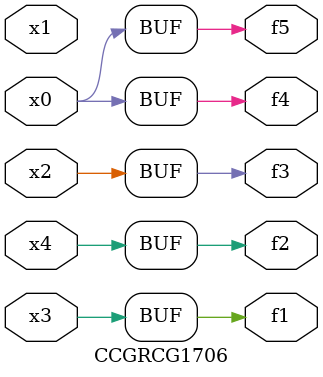
<source format=v>
module CCGRCG1706(
	input x0, x1, x2, x3, x4,
	output f1, f2, f3, f4, f5
);
	assign f1 = x3;
	assign f2 = x4;
	assign f3 = x2;
	assign f4 = x0;
	assign f5 = x0;
endmodule

</source>
